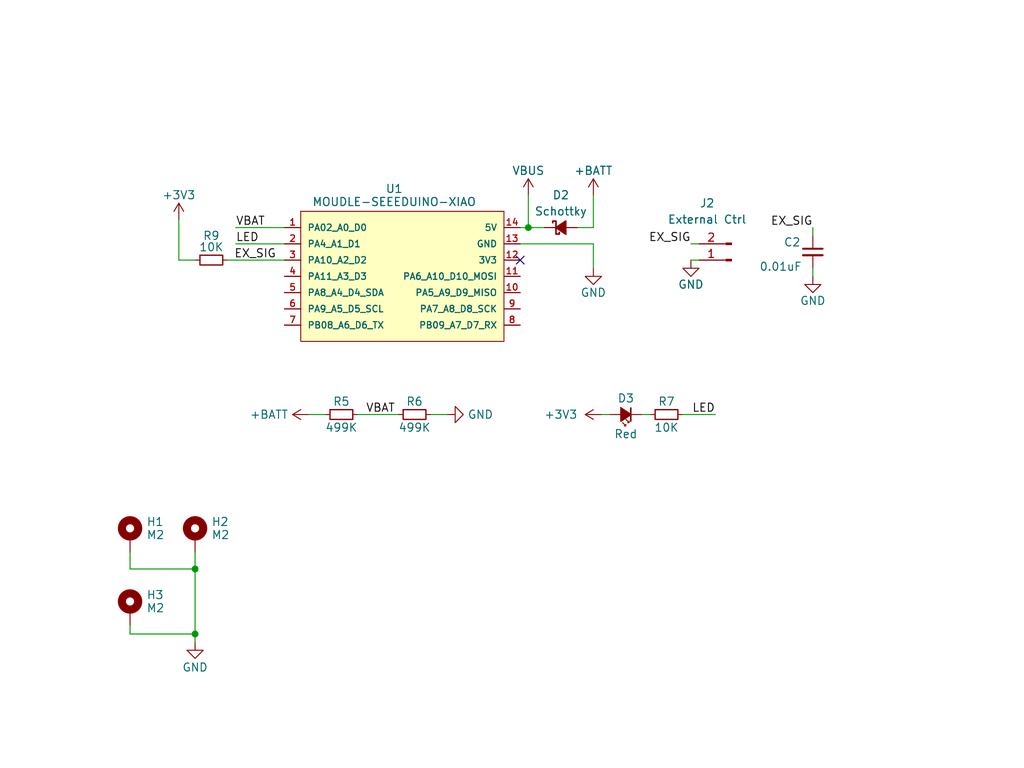
<source format=kicad_sch>
(kicad_sch (version 20230121) (generator eeschema)

  (uuid 7a5b1f12-c235-4d27-9f6c-e59009ca95f3)

  (paper "User" 159.995 119.99)

  (lib_symbols
    (symbol "Connector:Conn_01x02_Pin" (pin_names (offset 1.016) hide) (in_bom yes) (on_board yes)
      (property "Reference" "J" (at 0 2.54 0)
        (effects (font (size 1.27 1.27)))
      )
      (property "Value" "Conn_01x02_Pin" (at 0 -5.08 0)
        (effects (font (size 1.27 1.27)))
      )
      (property "Footprint" "" (at 0 0 0)
        (effects (font (size 1.27 1.27)) hide)
      )
      (property "Datasheet" "~" (at 0 0 0)
        (effects (font (size 1.27 1.27)) hide)
      )
      (property "ki_locked" "" (at 0 0 0)
        (effects (font (size 1.27 1.27)))
      )
      (property "ki_keywords" "connector" (at 0 0 0)
        (effects (font (size 1.27 1.27)) hide)
      )
      (property "ki_description" "Generic connector, single row, 01x02, script generated" (at 0 0 0)
        (effects (font (size 1.27 1.27)) hide)
      )
      (property "ki_fp_filters" "Connector*:*_1x??_*" (at 0 0 0)
        (effects (font (size 1.27 1.27)) hide)
      )
      (symbol "Conn_01x02_Pin_1_1"
        (polyline
          (pts
            (xy 1.27 -2.54)
            (xy 0.8636 -2.54)
          )
          (stroke (width 0.1524) (type default))
          (fill (type none))
        )
        (polyline
          (pts
            (xy 1.27 0)
            (xy 0.8636 0)
          )
          (stroke (width 0.1524) (type default))
          (fill (type none))
        )
        (rectangle (start 0.8636 -2.413) (end 0 -2.667)
          (stroke (width 0.1524) (type default))
          (fill (type outline))
        )
        (rectangle (start 0.8636 0.127) (end 0 -0.127)
          (stroke (width 0.1524) (type default))
          (fill (type outline))
        )
        (pin passive line (at 5.08 0 180) (length 3.81)
          (name "Pin_1" (effects (font (size 1.27 1.27))))
          (number "1" (effects (font (size 1.27 1.27))))
        )
        (pin passive line (at 5.08 -2.54 180) (length 3.81)
          (name "Pin_2" (effects (font (size 1.27 1.27))))
          (number "2" (effects (font (size 1.27 1.27))))
        )
      )
    )
    (symbol "Device:C_Small" (pin_numbers hide) (pin_names (offset 0.254) hide) (in_bom yes) (on_board yes)
      (property "Reference" "C" (at 0.254 1.778 0)
        (effects (font (size 1.27 1.27)) (justify left))
      )
      (property "Value" "C_Small" (at 0.254 -2.032 0)
        (effects (font (size 1.27 1.27)) (justify left))
      )
      (property "Footprint" "" (at 0 0 0)
        (effects (font (size 1.27 1.27)) hide)
      )
      (property "Datasheet" "~" (at 0 0 0)
        (effects (font (size 1.27 1.27)) hide)
      )
      (property "ki_keywords" "capacitor cap" (at 0 0 0)
        (effects (font (size 1.27 1.27)) hide)
      )
      (property "ki_description" "Unpolarized capacitor, small symbol" (at 0 0 0)
        (effects (font (size 1.27 1.27)) hide)
      )
      (property "ki_fp_filters" "C_*" (at 0 0 0)
        (effects (font (size 1.27 1.27)) hide)
      )
      (symbol "C_Small_0_1"
        (polyline
          (pts
            (xy -1.524 -0.508)
            (xy 1.524 -0.508)
          )
          (stroke (width 0.3302) (type default))
          (fill (type none))
        )
        (polyline
          (pts
            (xy -1.524 0.508)
            (xy 1.524 0.508)
          )
          (stroke (width 0.3048) (type default))
          (fill (type none))
        )
      )
      (symbol "C_Small_1_1"
        (pin passive line (at 0 2.54 270) (length 2.032)
          (name "~" (effects (font (size 1.27 1.27))))
          (number "1" (effects (font (size 1.27 1.27))))
        )
        (pin passive line (at 0 -2.54 90) (length 2.032)
          (name "~" (effects (font (size 1.27 1.27))))
          (number "2" (effects (font (size 1.27 1.27))))
        )
      )
    )
    (symbol "Device:D_Schottky_Small_Filled" (pin_numbers hide) (pin_names (offset 0.254) hide) (in_bom yes) (on_board yes)
      (property "Reference" "D" (at -1.27 2.032 0)
        (effects (font (size 1.27 1.27)) (justify left))
      )
      (property "Value" "D_Schottky_Small_Filled" (at -7.112 -2.032 0)
        (effects (font (size 1.27 1.27)) (justify left))
      )
      (property "Footprint" "" (at 0 0 90)
        (effects (font (size 1.27 1.27)) hide)
      )
      (property "Datasheet" "~" (at 0 0 90)
        (effects (font (size 1.27 1.27)) hide)
      )
      (property "ki_keywords" "diode Schottky" (at 0 0 0)
        (effects (font (size 1.27 1.27)) hide)
      )
      (property "ki_description" "Schottky diode, small symbol, filled shape" (at 0 0 0)
        (effects (font (size 1.27 1.27)) hide)
      )
      (property "ki_fp_filters" "TO-???* *_Diode_* *SingleDiode* D_*" (at 0 0 0)
        (effects (font (size 1.27 1.27)) hide)
      )
      (symbol "D_Schottky_Small_Filled_0_1"
        (polyline
          (pts
            (xy -0.762 0)
            (xy 0.762 0)
          )
          (stroke (width 0) (type default))
          (fill (type none))
        )
        (polyline
          (pts
            (xy 0.762 -1.016)
            (xy -0.762 0)
            (xy 0.762 1.016)
            (xy 0.762 -1.016)
          )
          (stroke (width 0.254) (type default))
          (fill (type outline))
        )
        (polyline
          (pts
            (xy -1.27 0.762)
            (xy -1.27 1.016)
            (xy -0.762 1.016)
            (xy -0.762 -1.016)
            (xy -0.254 -1.016)
            (xy -0.254 -0.762)
          )
          (stroke (width 0.254) (type default))
          (fill (type none))
        )
      )
      (symbol "D_Schottky_Small_Filled_1_1"
        (pin passive line (at -2.54 0 0) (length 1.778)
          (name "K" (effects (font (size 1.27 1.27))))
          (number "1" (effects (font (size 1.27 1.27))))
        )
        (pin passive line (at 2.54 0 180) (length 1.778)
          (name "A" (effects (font (size 1.27 1.27))))
          (number "2" (effects (font (size 1.27 1.27))))
        )
      )
    )
    (symbol "Device:LED_Small_Filled" (pin_numbers hide) (pin_names (offset 0.254) hide) (in_bom yes) (on_board yes)
      (property "Reference" "D" (at -1.27 3.175 0)
        (effects (font (size 1.27 1.27)) (justify left))
      )
      (property "Value" "LED_Small_Filled" (at -4.445 -2.54 0)
        (effects (font (size 1.27 1.27)) (justify left))
      )
      (property "Footprint" "" (at 0 0 90)
        (effects (font (size 1.27 1.27)) hide)
      )
      (property "Datasheet" "~" (at 0 0 90)
        (effects (font (size 1.27 1.27)) hide)
      )
      (property "ki_keywords" "LED diode light-emitting-diode" (at 0 0 0)
        (effects (font (size 1.27 1.27)) hide)
      )
      (property "ki_description" "Light emitting diode, small symbol, filled shape" (at 0 0 0)
        (effects (font (size 1.27 1.27)) hide)
      )
      (property "ki_fp_filters" "LED* LED_SMD:* LED_THT:*" (at 0 0 0)
        (effects (font (size 1.27 1.27)) hide)
      )
      (symbol "LED_Small_Filled_0_1"
        (polyline
          (pts
            (xy -0.762 -1.016)
            (xy -0.762 1.016)
          )
          (stroke (width 0.254) (type default))
          (fill (type none))
        )
        (polyline
          (pts
            (xy 1.016 0)
            (xy -0.762 0)
          )
          (stroke (width 0) (type default))
          (fill (type none))
        )
        (polyline
          (pts
            (xy 0.762 -1.016)
            (xy -0.762 0)
            (xy 0.762 1.016)
            (xy 0.762 -1.016)
          )
          (stroke (width 0.254) (type default))
          (fill (type outline))
        )
        (polyline
          (pts
            (xy 0 0.762)
            (xy -0.508 1.27)
            (xy -0.254 1.27)
            (xy -0.508 1.27)
            (xy -0.508 1.016)
          )
          (stroke (width 0) (type default))
          (fill (type none))
        )
        (polyline
          (pts
            (xy 0.508 1.27)
            (xy 0 1.778)
            (xy 0.254 1.778)
            (xy 0 1.778)
            (xy 0 1.524)
          )
          (stroke (width 0) (type default))
          (fill (type none))
        )
      )
      (symbol "LED_Small_Filled_1_1"
        (pin passive line (at -2.54 0 0) (length 1.778)
          (name "K" (effects (font (size 1.27 1.27))))
          (number "1" (effects (font (size 1.27 1.27))))
        )
        (pin passive line (at 2.54 0 180) (length 1.778)
          (name "A" (effects (font (size 1.27 1.27))))
          (number "2" (effects (font (size 1.27 1.27))))
        )
      )
    )
    (symbol "Device:R_Small" (pin_numbers hide) (pin_names (offset 0.254) hide) (in_bom yes) (on_board yes)
      (property "Reference" "R" (at 0.762 0.508 0)
        (effects (font (size 1.27 1.27)) (justify left))
      )
      (property "Value" "R_Small" (at 0.762 -1.016 0)
        (effects (font (size 1.27 1.27)) (justify left))
      )
      (property "Footprint" "" (at 0 0 0)
        (effects (font (size 1.27 1.27)) hide)
      )
      (property "Datasheet" "~" (at 0 0 0)
        (effects (font (size 1.27 1.27)) hide)
      )
      (property "ki_keywords" "R resistor" (at 0 0 0)
        (effects (font (size 1.27 1.27)) hide)
      )
      (property "ki_description" "Resistor, small symbol" (at 0 0 0)
        (effects (font (size 1.27 1.27)) hide)
      )
      (property "ki_fp_filters" "R_*" (at 0 0 0)
        (effects (font (size 1.27 1.27)) hide)
      )
      (symbol "R_Small_0_1"
        (rectangle (start -0.762 1.778) (end 0.762 -1.778)
          (stroke (width 0.2032) (type default))
          (fill (type none))
        )
      )
      (symbol "R_Small_1_1"
        (pin passive line (at 0 2.54 270) (length 0.762)
          (name "~" (effects (font (size 1.27 1.27))))
          (number "1" (effects (font (size 1.27 1.27))))
        )
        (pin passive line (at 0 -2.54 90) (length 0.762)
          (name "~" (effects (font (size 1.27 1.27))))
          (number "2" (effects (font (size 1.27 1.27))))
        )
      )
    )
    (symbol "MOUDLE-SEEEDUINO-XIAO:MOUDLE-SEEEDUINO-XIAO" (pin_names (offset 1.016)) (in_bom yes) (on_board yes)
      (property "Reference" "U1" (at -0.635 17.4992 0)
        (effects (font (size 1.27 1.27)))
      )
      (property "Value" "MOUDLE-SEEEDUINO-XIAO" (at -0.635 15.4512 0)
        (effects (font (size 1.27 1.27)))
      )
      (property "Footprint" "MOUDLE14P-SMD-2.54-21X17.8MM" (at 0.635 -8.89 0)
        (effects (font (size 1.27 1.27)) (justify bottom) hide)
      )
      (property "Datasheet" "" (at 0 0 0)
        (effects (font (size 1.27 1.27)) hide)
      )
      (symbol "MOUDLE-SEEEDUINO-XIAO_0_0"
        (pin bidirectional line (at -17.78 11.43 0) (length 2.54)
          (name "PA02_A0_D0" (effects (font (size 1.016 1.016))))
          (number "1" (effects (font (size 1.016 1.016))))
        )
        (pin bidirectional line (at 19.05 1.27 180) (length 2.54)
          (name "PA5_A9_D9_MISO" (effects (font (size 1.016 1.016))))
          (number "10" (effects (font (size 1.016 1.016))))
        )
        (pin bidirectional line (at 19.05 3.81 180) (length 2.54)
          (name "PA6_A10_D10_MOSI" (effects (font (size 1.016 1.016))))
          (number "11" (effects (font (size 1.016 1.016))))
        )
        (pin bidirectional line (at 19.05 6.35 180) (length 2.54)
          (name "3V3" (effects (font (size 1.016 1.016))))
          (number "12" (effects (font (size 1.016 1.016))))
        )
        (pin bidirectional line (at 19.05 8.89 180) (length 2.54)
          (name "GND" (effects (font (size 1.016 1.016))))
          (number "13" (effects (font (size 1.016 1.016))))
        )
        (pin bidirectional line (at 19.05 11.43 180) (length 2.54)
          (name "5V" (effects (font (size 1.016 1.016))))
          (number "14" (effects (font (size 1.016 1.016))))
        )
        (pin bidirectional line (at -17.78 8.89 0) (length 2.54)
          (name "PA4_A1_D1" (effects (font (size 1.016 1.016))))
          (number "2" (effects (font (size 1.016 1.016))))
        )
        (pin bidirectional line (at -17.78 6.35 0) (length 2.54)
          (name "PA10_A2_D2" (effects (font (size 1.016 1.016))))
          (number "3" (effects (font (size 1.016 1.016))))
        )
        (pin bidirectional line (at -17.78 3.81 0) (length 2.54)
          (name "PA11_A3_D3" (effects (font (size 1.016 1.016))))
          (number "4" (effects (font (size 1.016 1.016))))
        )
        (pin bidirectional line (at -17.78 1.27 0) (length 2.54)
          (name "PA8_A4_D4_SDA" (effects (font (size 1.016 1.016))))
          (number "5" (effects (font (size 1.016 1.016))))
        )
        (pin bidirectional line (at -17.78 -1.27 0) (length 2.54)
          (name "PA9_A5_D5_SCL" (effects (font (size 1.016 1.016))))
          (number "6" (effects (font (size 1.016 1.016))))
        )
        (pin bidirectional line (at -17.78 -3.81 0) (length 2.54)
          (name "PB08_A6_D6_TX" (effects (font (size 1.016 1.016))))
          (number "7" (effects (font (size 1.016 1.016))))
        )
        (pin bidirectional line (at 19.05 -3.81 180) (length 2.54)
          (name "PB09_A7_D7_RX" (effects (font (size 1.016 1.016))))
          (number "8" (effects (font (size 1.016 1.016))))
        )
        (pin bidirectional line (at 19.05 -1.27 180) (length 2.54)
          (name "PA7_A8_D8_SCK" (effects (font (size 1.016 1.016))))
          (number "9" (effects (font (size 1.016 1.016))))
        )
      )
      (symbol "MOUDLE-SEEEDUINO-XIAO_1_0"
        (rectangle (start -15.24 13.97) (end 16.51 -6.35)
          (stroke (width 0) (type default))
          (fill (type background))
        )
      )
    )
    (symbol "Mechanical:MountingHole_Pad" (pin_numbers hide) (pin_names (offset 1.016) hide) (in_bom yes) (on_board yes)
      (property "Reference" "H" (at 0 6.35 0)
        (effects (font (size 1.27 1.27)))
      )
      (property "Value" "MountingHole_Pad" (at 0 4.445 0)
        (effects (font (size 1.27 1.27)))
      )
      (property "Footprint" "" (at 0 0 0)
        (effects (font (size 1.27 1.27)) hide)
      )
      (property "Datasheet" "~" (at 0 0 0)
        (effects (font (size 1.27 1.27)) hide)
      )
      (property "ki_keywords" "mounting hole" (at 0 0 0)
        (effects (font (size 1.27 1.27)) hide)
      )
      (property "ki_description" "Mounting Hole with connection" (at 0 0 0)
        (effects (font (size 1.27 1.27)) hide)
      )
      (property "ki_fp_filters" "MountingHole*Pad*" (at 0 0 0)
        (effects (font (size 1.27 1.27)) hide)
      )
      (symbol "MountingHole_Pad_0_1"
        (circle (center 0 1.27) (radius 1.27)
          (stroke (width 1.27) (type default))
          (fill (type none))
        )
      )
      (symbol "MountingHole_Pad_1_1"
        (pin input line (at 0 -2.54 90) (length 2.54)
          (name "1" (effects (font (size 1.27 1.27))))
          (number "1" (effects (font (size 1.27 1.27))))
        )
      )
    )
    (symbol "power:+3V3" (power) (pin_names (offset 0)) (in_bom yes) (on_board yes)
      (property "Reference" "#PWR" (at 0 -3.81 0)
        (effects (font (size 1.27 1.27)) hide)
      )
      (property "Value" "+3V3" (at 0 3.556 0)
        (effects (font (size 1.27 1.27)))
      )
      (property "Footprint" "" (at 0 0 0)
        (effects (font (size 1.27 1.27)) hide)
      )
      (property "Datasheet" "" (at 0 0 0)
        (effects (font (size 1.27 1.27)) hide)
      )
      (property "ki_keywords" "global power" (at 0 0 0)
        (effects (font (size 1.27 1.27)) hide)
      )
      (property "ki_description" "Power symbol creates a global label with name \"+3V3\"" (at 0 0 0)
        (effects (font (size 1.27 1.27)) hide)
      )
      (symbol "+3V3_0_1"
        (polyline
          (pts
            (xy -0.762 1.27)
            (xy 0 2.54)
          )
          (stroke (width 0) (type default))
          (fill (type none))
        )
        (polyline
          (pts
            (xy 0 0)
            (xy 0 2.54)
          )
          (stroke (width 0) (type default))
          (fill (type none))
        )
        (polyline
          (pts
            (xy 0 2.54)
            (xy 0.762 1.27)
          )
          (stroke (width 0) (type default))
          (fill (type none))
        )
      )
      (symbol "+3V3_1_1"
        (pin power_in line (at 0 0 90) (length 0) hide
          (name "+3V3" (effects (font (size 1.27 1.27))))
          (number "1" (effects (font (size 1.27 1.27))))
        )
      )
    )
    (symbol "power:+BATT" (power) (pin_names (offset 0)) (in_bom yes) (on_board yes)
      (property "Reference" "#PWR" (at 0 -3.81 0)
        (effects (font (size 1.27 1.27)) hide)
      )
      (property "Value" "+BATT" (at 0 3.556 0)
        (effects (font (size 1.27 1.27)))
      )
      (property "Footprint" "" (at 0 0 0)
        (effects (font (size 1.27 1.27)) hide)
      )
      (property "Datasheet" "" (at 0 0 0)
        (effects (font (size 1.27 1.27)) hide)
      )
      (property "ki_keywords" "global power battery" (at 0 0 0)
        (effects (font (size 1.27 1.27)) hide)
      )
      (property "ki_description" "Power symbol creates a global label with name \"+BATT\"" (at 0 0 0)
        (effects (font (size 1.27 1.27)) hide)
      )
      (symbol "+BATT_0_1"
        (polyline
          (pts
            (xy -0.762 1.27)
            (xy 0 2.54)
          )
          (stroke (width 0) (type default))
          (fill (type none))
        )
        (polyline
          (pts
            (xy 0 0)
            (xy 0 2.54)
          )
          (stroke (width 0) (type default))
          (fill (type none))
        )
        (polyline
          (pts
            (xy 0 2.54)
            (xy 0.762 1.27)
          )
          (stroke (width 0) (type default))
          (fill (type none))
        )
      )
      (symbol "+BATT_1_1"
        (pin power_in line (at 0 0 90) (length 0) hide
          (name "+BATT" (effects (font (size 1.27 1.27))))
          (number "1" (effects (font (size 1.27 1.27))))
        )
      )
    )
    (symbol "power:GND" (power) (pin_names (offset 0)) (in_bom yes) (on_board yes)
      (property "Reference" "#PWR" (at 0 -6.35 0)
        (effects (font (size 1.27 1.27)) hide)
      )
      (property "Value" "GND" (at 0 -3.81 0)
        (effects (font (size 1.27 1.27)))
      )
      (property "Footprint" "" (at 0 0 0)
        (effects (font (size 1.27 1.27)) hide)
      )
      (property "Datasheet" "" (at 0 0 0)
        (effects (font (size 1.27 1.27)) hide)
      )
      (property "ki_keywords" "global power" (at 0 0 0)
        (effects (font (size 1.27 1.27)) hide)
      )
      (property "ki_description" "Power symbol creates a global label with name \"GND\" , ground" (at 0 0 0)
        (effects (font (size 1.27 1.27)) hide)
      )
      (symbol "GND_0_1"
        (polyline
          (pts
            (xy 0 0)
            (xy 0 -1.27)
            (xy 1.27 -1.27)
            (xy 0 -2.54)
            (xy -1.27 -1.27)
            (xy 0 -1.27)
          )
          (stroke (width 0) (type default))
          (fill (type none))
        )
      )
      (symbol "GND_1_1"
        (pin power_in line (at 0 0 270) (length 0) hide
          (name "GND" (effects (font (size 1.27 1.27))))
          (number "1" (effects (font (size 1.27 1.27))))
        )
      )
    )
    (symbol "power:VBUS" (power) (pin_names (offset 0)) (in_bom yes) (on_board yes)
      (property "Reference" "#PWR" (at 0 -3.81 0)
        (effects (font (size 1.27 1.27)) hide)
      )
      (property "Value" "VBUS" (at 0 3.81 0)
        (effects (font (size 1.27 1.27)))
      )
      (property "Footprint" "" (at 0 0 0)
        (effects (font (size 1.27 1.27)) hide)
      )
      (property "Datasheet" "" (at 0 0 0)
        (effects (font (size 1.27 1.27)) hide)
      )
      (property "ki_keywords" "global power" (at 0 0 0)
        (effects (font (size 1.27 1.27)) hide)
      )
      (property "ki_description" "Power symbol creates a global label with name \"VBUS\"" (at 0 0 0)
        (effects (font (size 1.27 1.27)) hide)
      )
      (symbol "VBUS_0_1"
        (polyline
          (pts
            (xy -0.762 1.27)
            (xy 0 2.54)
          )
          (stroke (width 0) (type default))
          (fill (type none))
        )
        (polyline
          (pts
            (xy 0 0)
            (xy 0 2.54)
          )
          (stroke (width 0) (type default))
          (fill (type none))
        )
        (polyline
          (pts
            (xy 0 2.54)
            (xy 0.762 1.27)
          )
          (stroke (width 0) (type default))
          (fill (type none))
        )
      )
      (symbol "VBUS_1_1"
        (pin power_in line (at 0 0 90) (length 0) hide
          (name "VBUS" (effects (font (size 1.27 1.27))))
          (number "1" (effects (font (size 1.27 1.27))))
        )
      )
    )
  )

  (junction (at 30.48 99.06) (diameter 0) (color 0 0 0 0)
    (uuid 2a702d06-1555-4278-a254-7f8974bf1a57)
  )
  (junction (at 82.55 35.56) (diameter 0) (color 0 0 0 0)
    (uuid 34cb3258-2e3f-4346-b3bb-8905109c4c23)
  )
  (junction (at 30.48 88.9) (diameter 0) (color 0 0 0 0)
    (uuid 52778fb9-83c6-4305-bc9e-8575e925eb7b)
  )

  (no_connect (at 81.28 40.64) (uuid 71bc1cf5-0e06-4a4a-9e31-d8e0d6206971))

  (wire (pts (xy 81.28 38.1) (xy 92.71 38.1))
    (stroke (width 0) (type default))
    (uuid 01db3265-a22f-43f4-b55e-df5ed74acdd4)
  )
  (wire (pts (xy 36.83 35.56) (xy 44.45 35.56))
    (stroke (width 0) (type default))
    (uuid 0c34918f-5501-4381-9195-220249facd57)
  )
  (wire (pts (xy 107.95 38.1) (xy 109.22 38.1))
    (stroke (width 0) (type default))
    (uuid 22aafefe-59aa-45a4-be66-7a0aec1bca5d)
  )
  (wire (pts (xy 30.48 86.36) (xy 30.48 88.9))
    (stroke (width 0) (type default))
    (uuid 3055715a-265e-4f09-aeed-0045dc933369)
  )
  (wire (pts (xy 100.33 64.77) (xy 101.6 64.77))
    (stroke (width 0) (type default))
    (uuid 46af6c62-845f-4167-a138-07e8900cfef8)
  )
  (wire (pts (xy 20.32 99.06) (xy 30.48 99.06))
    (stroke (width 0) (type default))
    (uuid 4c2fb969-529b-47ba-b15d-faba083ff59e)
  )
  (wire (pts (xy 127 41.91) (xy 127 43.18))
    (stroke (width 0) (type default))
    (uuid 520b03cf-ac4a-42db-9ea5-80419bcd89fa)
  )
  (wire (pts (xy 106.68 64.77) (xy 111.76 64.77))
    (stroke (width 0) (type default))
    (uuid 5ab6e9e0-6e79-469d-9012-97c67abd25f0)
  )
  (wire (pts (xy 27.94 34.29) (xy 27.94 40.64))
    (stroke (width 0) (type default))
    (uuid 64e8c9dc-85dc-4451-937f-8ae81f56836f)
  )
  (wire (pts (xy 36.83 38.1) (xy 44.45 38.1))
    (stroke (width 0) (type default))
    (uuid 6716bc62-bf2a-4680-9d29-3fcceb9a1f7b)
  )
  (wire (pts (xy 107.95 40.64) (xy 109.22 40.64))
    (stroke (width 0) (type default))
    (uuid 6885418c-961f-4813-a753-d6a7c336fdb0)
  )
  (wire (pts (xy 90.17 35.56) (xy 92.71 35.56))
    (stroke (width 0) (type default))
    (uuid 6effc1d0-afd8-416c-aa40-908d4a408bdf)
  )
  (wire (pts (xy 30.48 88.9) (xy 30.48 99.06))
    (stroke (width 0) (type default))
    (uuid 7ba690de-888d-4359-91a2-abc2e9660675)
  )
  (wire (pts (xy 30.48 99.06) (xy 30.48 100.33))
    (stroke (width 0) (type default))
    (uuid 7c5f6562-e7b6-4094-b10b-3b6fdcc61c80)
  )
  (wire (pts (xy 55.88 64.77) (xy 62.23 64.77))
    (stroke (width 0) (type default))
    (uuid 844c5964-0242-4d83-aeff-5ec44044aa39)
  )
  (wire (pts (xy 92.71 38.1) (xy 92.71 41.91))
    (stroke (width 0) (type default))
    (uuid 94235378-2cda-407b-a637-eee2c3563510)
  )
  (wire (pts (xy 20.32 88.9) (xy 30.48 88.9))
    (stroke (width 0) (type default))
    (uuid 9531d257-830c-4bbd-a96a-2b0c9e6aff27)
  )
  (wire (pts (xy 82.55 35.56) (xy 85.09 35.56))
    (stroke (width 0) (type default))
    (uuid aaf089ea-8a03-46ba-8d3e-56c82fda3374)
  )
  (wire (pts (xy 35.56 40.64) (xy 44.45 40.64))
    (stroke (width 0) (type default))
    (uuid abb0bb92-0ae8-4590-9768-4006b39bdb20)
  )
  (wire (pts (xy 127 35.56) (xy 127 36.83))
    (stroke (width 0) (type default))
    (uuid b95aa6d9-0ae1-49f4-9077-fa7193344a72)
  )
  (wire (pts (xy 67.31 64.77) (xy 69.85 64.77))
    (stroke (width 0) (type default))
    (uuid ba1fa54a-8637-43d5-8d18-49109cd7777f)
  )
  (wire (pts (xy 92.71 30.48) (xy 92.71 35.56))
    (stroke (width 0) (type default))
    (uuid bb3792e5-156d-4450-aa36-42bd0ea87d74)
  )
  (wire (pts (xy 81.28 35.56) (xy 82.55 35.56))
    (stroke (width 0) (type default))
    (uuid c59b34dc-7419-4af0-a752-a96dfe1e3832)
  )
  (wire (pts (xy 93.98 64.77) (xy 95.25 64.77))
    (stroke (width 0) (type default))
    (uuid d44aa567-8292-4a94-8b80-af366555958e)
  )
  (wire (pts (xy 48.26 64.77) (xy 50.8 64.77))
    (stroke (width 0) (type default))
    (uuid d69897cd-e376-4ddf-88cb-246bbe79f0a3)
  )
  (wire (pts (xy 20.32 97.79) (xy 20.32 99.06))
    (stroke (width 0) (type default))
    (uuid d84836b3-2087-4432-beda-a7d84bfc0abe)
  )
  (wire (pts (xy 20.32 86.36) (xy 20.32 88.9))
    (stroke (width 0) (type default))
    (uuid df49e40e-7340-478c-a17e-7e47a25a62d4)
  )
  (wire (pts (xy 27.94 40.64) (xy 30.48 40.64))
    (stroke (width 0) (type default))
    (uuid e65a8d6e-0f90-4fe7-8054-b669c720c5e8)
  )
  (wire (pts (xy 82.55 30.48) (xy 82.55 35.56))
    (stroke (width 0) (type default))
    (uuid f3ef1328-ac27-4df1-afda-92adaad6ea75)
  )

  (label "EX_SIG" (at 127 35.56 180) (fields_autoplaced)
    (effects (font (size 1.27 1.27)) (justify right bottom))
    (uuid 48f2c6e9-8016-4c12-9652-b8a40c58599c)
  )
  (label "EX_SIG" (at 107.95 38.1 180) (fields_autoplaced)
    (effects (font (size 1.27 1.27)) (justify right bottom))
    (uuid 57e7277d-59e9-47ed-ba77-db929396138c)
  )
  (label "LED" (at 36.83 38.1 0) (fields_autoplaced)
    (effects (font (size 1.27 1.27)) (justify left bottom))
    (uuid 788c3a37-1fc4-42c4-8fb3-57f4a11c2bc7)
  )
  (label "LED" (at 111.76 64.77 180) (fields_autoplaced)
    (effects (font (size 1.27 1.27)) (justify right bottom))
    (uuid 8284ef11-604b-497e-97fb-2849c3e82c43)
  )
  (label "EX_SIG" (at 43.18 40.64 180) (fields_autoplaced)
    (effects (font (size 1.27 1.27)) (justify right bottom))
    (uuid d9987778-765e-4803-8b2f-10c3b0894a9d)
  )
  (label "VBAT" (at 36.83 35.56 0) (fields_autoplaced)
    (effects (font (size 1.27 1.27)) (justify left bottom))
    (uuid dadd55d1-76aa-4374-b5de-cd5b95ae97b3)
  )
  (label "VBAT" (at 57.15 64.77 0) (fields_autoplaced)
    (effects (font (size 1.27 1.27)) (justify left bottom))
    (uuid e4c215e7-b169-469d-899d-82733ee2f9ed)
  )

  (symbol (lib_id "power:VBUS") (at 82.55 30.48 0) (unit 1)
    (in_bom yes) (on_board yes) (dnp no)
    (uuid 00ab3f17-77f9-434e-8191-ab651b49c14a)
    (property "Reference" "#PWR04" (at 82.55 34.29 0)
      (effects (font (size 1.27 1.27)) hide)
    )
    (property "Value" "VBUS" (at 82.55 26.67 0)
      (effects (font (size 1.27 1.27)))
    )
    (property "Footprint" "" (at 82.55 30.48 0)
      (effects (font (size 1.27 1.27)) hide)
    )
    (property "Datasheet" "" (at 82.55 30.48 0)
      (effects (font (size 1.27 1.27)) hide)
    )
    (pin "1" (uuid 92800551-29ca-4ab3-b580-e602f29d687c))
    (instances
      (project "StepperMotor_module_V2_XIAO_RP2040"
        (path "/67ad53b0-e724-4354-8add-ffbe056bca93"
          (reference "#PWR04") (unit 1)
        )
        (path "/67ad53b0-e724-4354-8add-ffbe056bca93/07c0a6ff-eef2-4578-b5db-f7e0ea607e3d"
          (reference "#PWR04") (unit 1)
        )
      )
    )
  )

  (symbol (lib_id "power:+3V3") (at 27.94 34.29 0) (unit 1)
    (in_bom yes) (on_board yes) (dnp no)
    (uuid 1aca7a0a-bb1b-447f-abd4-353890e366d2)
    (property "Reference" "#PWR012" (at 27.94 38.1 0)
      (effects (font (size 1.27 1.27)) hide)
    )
    (property "Value" "+3V3" (at 27.94 30.48 0)
      (effects (font (size 1.27 1.27)))
    )
    (property "Footprint" "" (at 27.94 34.29 0)
      (effects (font (size 1.27 1.27)) hide)
    )
    (property "Datasheet" "" (at 27.94 34.29 0)
      (effects (font (size 1.27 1.27)) hide)
    )
    (pin "1" (uuid 491cb1e7-6fef-4fab-8da0-1b863cd49ed4))
    (instances
      (project "StepperMotor_module_V2_XIAO_RP2040"
        (path "/67ad53b0-e724-4354-8add-ffbe056bca93/07c0a6ff-eef2-4578-b5db-f7e0ea607e3d"
          (reference "#PWR012") (unit 1)
        )
      )
    )
  )

  (symbol (lib_id "Mechanical:MountingHole_Pad") (at 20.32 83.82 0) (unit 1)
    (in_bom yes) (on_board yes) (dnp no) (fields_autoplaced)
    (uuid 1ad14630-593d-4bf9-9b2a-740f3622817e)
    (property "Reference" "H1" (at 22.86 81.526 0)
      (effects (font (size 1.27 1.27)) (justify left))
    )
    (property "Value" "M2" (at 22.86 83.574 0)
      (effects (font (size 1.27 1.27)) (justify left))
    )
    (property "Footprint" "MountingHole:MountingHole_2.2mm_M2_ISO7380_Pad" (at 20.32 83.82 0)
      (effects (font (size 1.27 1.27)) hide)
    )
    (property "Datasheet" "~" (at 20.32 83.82 0)
      (effects (font (size 1.27 1.27)) hide)
    )
    (pin "1" (uuid cc5c9159-4602-4b3d-8a27-a6a95267b866))
    (instances
      (project "StepperMotor_module_V2_XIAO_RP2040"
        (path "/67ad53b0-e724-4354-8add-ffbe056bca93/07c0a6ff-eef2-4578-b5db-f7e0ea607e3d"
          (reference "H1") (unit 1)
        )
      )
    )
  )

  (symbol (lib_id "Mechanical:MountingHole_Pad") (at 20.32 95.25 0) (unit 1)
    (in_bom yes) (on_board yes) (dnp no) (fields_autoplaced)
    (uuid 21132f0f-e250-444c-8cad-ae3e87e4c060)
    (property "Reference" "H3" (at 22.86 92.956 0)
      (effects (font (size 1.27 1.27)) (justify left))
    )
    (property "Value" "M2" (at 22.86 95.004 0)
      (effects (font (size 1.27 1.27)) (justify left))
    )
    (property "Footprint" "MountingHole:MountingHole_2.2mm_M2_ISO7380_Pad" (at 20.32 95.25 0)
      (effects (font (size 1.27 1.27)) hide)
    )
    (property "Datasheet" "~" (at 20.32 95.25 0)
      (effects (font (size 1.27 1.27)) hide)
    )
    (pin "1" (uuid 70deb07e-f915-42ac-921a-624ae40d6dfc))
    (instances
      (project "StepperMotor_module_V2_XIAO_RP2040"
        (path "/67ad53b0-e724-4354-8add-ffbe056bca93/07c0a6ff-eef2-4578-b5db-f7e0ea607e3d"
          (reference "H3") (unit 1)
        )
      )
    )
  )

  (symbol (lib_id "Device:LED_Small_Filled") (at 97.79 64.77 180) (unit 1)
    (in_bom yes) (on_board yes) (dnp no)
    (uuid 2d51dea8-3a28-41de-bfe7-8faa0db87fda)
    (property "Reference" "D3" (at 97.79 62.23 0)
      (effects (font (size 1.27 1.27)))
    )
    (property "Value" "Red" (at 97.79 67.818 0)
      (effects (font (size 1.27 1.27)))
    )
    (property "Footprint" "LED_SMD:LED_0603_1608Metric_Pad1.05x0.95mm_HandSolder" (at 97.79 64.77 90)
      (effects (font (size 1.27 1.27)) hide)
    )
    (property "Datasheet" "~" (at 97.79 64.77 90)
      (effects (font (size 1.27 1.27)) hide)
    )
    (pin "1" (uuid 6a3d36fb-ff96-478d-953a-7fb72a8a3721))
    (pin "2" (uuid 38535f3e-0a4f-4ba9-a7bb-ad450196bbac))
    (instances
      (project "StepperMotor_module_V2_XIAO_RP2040"
        (path "/67ad53b0-e724-4354-8add-ffbe056bca93/07c0a6ff-eef2-4578-b5db-f7e0ea607e3d"
          (reference "D3") (unit 1)
        )
      )
    )
  )

  (symbol (lib_id "power:+BATT") (at 48.26 64.77 90) (unit 1)
    (in_bom yes) (on_board yes) (dnp no) (fields_autoplaced)
    (uuid 3595d523-f845-4794-88a6-685d9c47023b)
    (property "Reference" "#PWR02" (at 52.07 64.77 0)
      (effects (font (size 1.27 1.27)) hide)
    )
    (property "Value" "+BATT" (at 45.085 64.77 90)
      (effects (font (size 1.27 1.27)) (justify left))
    )
    (property "Footprint" "" (at 48.26 64.77 0)
      (effects (font (size 1.27 1.27)) hide)
    )
    (property "Datasheet" "" (at 48.26 64.77 0)
      (effects (font (size 1.27 1.27)) hide)
    )
    (pin "1" (uuid dbab99cb-4768-4a99-b4bd-c642afaff348))
    (instances
      (project "StepperMotor_module_V2_XIAO_RP2040"
        (path "/67ad53b0-e724-4354-8add-ffbe056bca93"
          (reference "#PWR02") (unit 1)
        )
        (path "/67ad53b0-e724-4354-8add-ffbe056bca93/07c0a6ff-eef2-4578-b5db-f7e0ea607e3d"
          (reference "#PWR026") (unit 1)
        )
      )
    )
  )

  (symbol (lib_id "Mechanical:MountingHole_Pad") (at 30.48 83.82 0) (unit 1)
    (in_bom yes) (on_board yes) (dnp no) (fields_autoplaced)
    (uuid 53767b5e-8b6f-4f07-b80c-413ac197fb28)
    (property "Reference" "H2" (at 33.02 81.526 0)
      (effects (font (size 1.27 1.27)) (justify left))
    )
    (property "Value" "M2" (at 33.02 83.574 0)
      (effects (font (size 1.27 1.27)) (justify left))
    )
    (property "Footprint" "MountingHole:MountingHole_2.2mm_M2_ISO7380_Pad" (at 30.48 83.82 0)
      (effects (font (size 1.27 1.27)) hide)
    )
    (property "Datasheet" "~" (at 30.48 83.82 0)
      (effects (font (size 1.27 1.27)) hide)
    )
    (pin "1" (uuid 44dd4923-e833-4284-9b95-22603cd9d754))
    (instances
      (project "StepperMotor_module_V2_XIAO_RP2040"
        (path "/67ad53b0-e724-4354-8add-ffbe056bca93/07c0a6ff-eef2-4578-b5db-f7e0ea607e3d"
          (reference "H2") (unit 1)
        )
      )
    )
  )

  (symbol (lib_id "power:GND") (at 30.48 100.33 0) (unit 1)
    (in_bom yes) (on_board yes) (dnp no) (fields_autoplaced)
    (uuid 5c20500c-3a87-4a74-af03-4f7feca6acea)
    (property "Reference" "#PWR06" (at 30.48 106.68 0)
      (effects (font (size 1.27 1.27)) hide)
    )
    (property "Value" "GND" (at 30.48 104.275 0)
      (effects (font (size 1.27 1.27)))
    )
    (property "Footprint" "" (at 30.48 100.33 0)
      (effects (font (size 1.27 1.27)) hide)
    )
    (property "Datasheet" "" (at 30.48 100.33 0)
      (effects (font (size 1.27 1.27)) hide)
    )
    (pin "1" (uuid 128a1d12-011c-4d08-bd1d-5849894a3256))
    (instances
      (project "StepperMotor_module_V2_XIAO_RP2040"
        (path "/67ad53b0-e724-4354-8add-ffbe056bca93"
          (reference "#PWR06") (unit 1)
        )
        (path "/67ad53b0-e724-4354-8add-ffbe056bca93/07c0a6ff-eef2-4578-b5db-f7e0ea607e3d"
          (reference "#PWR031") (unit 1)
        )
      )
    )
  )

  (symbol (lib_id "Connector:Conn_01x02_Pin") (at 114.3 40.64 180) (unit 1)
    (in_bom yes) (on_board yes) (dnp no)
    (uuid 5f665929-5112-4b28-83a8-39fbd16a7864)
    (property "Reference" "J2" (at 110.49 31.75 0)
      (effects (font (size 1.27 1.27)))
    )
    (property "Value" "External Ctrl" (at 110.49 34.29 0)
      (effects (font (size 1.27 1.27)))
    )
    (property "Footprint" "Connector_PinHeader_2.54mm:PinHeader_1x02_P2.54mm_Vertical" (at 114.3 40.64 0)
      (effects (font (size 1.27 1.27)) hide)
    )
    (property "Datasheet" "~" (at 114.3 40.64 0)
      (effects (font (size 1.27 1.27)) hide)
    )
    (pin "1" (uuid 7a43a44d-762a-475f-ab45-f622d4caba90))
    (pin "2" (uuid e0af8d7e-14c9-4a17-9049-7c876b4f44c9))
    (instances
      (project "StepperMotor_module_V2_XIAO_RP2040"
        (path "/67ad53b0-e724-4354-8add-ffbe056bca93"
          (reference "J2") (unit 1)
        )
        (path "/67ad53b0-e724-4354-8add-ffbe056bca93/07c0a6ff-eef2-4578-b5db-f7e0ea607e3d"
          (reference "J3") (unit 1)
        )
      )
    )
  )

  (symbol (lib_id "power:GND") (at 127 43.18 0) (unit 1)
    (in_bom yes) (on_board yes) (dnp no)
    (uuid 7bbac669-a787-404e-95d0-0c8c40b29e64)
    (property "Reference" "#PWR06" (at 127 49.53 0)
      (effects (font (size 1.27 1.27)) hide)
    )
    (property "Value" "GND" (at 127 46.99 0)
      (effects (font (size 1.27 1.27)))
    )
    (property "Footprint" "" (at 127 43.18 0)
      (effects (font (size 1.27 1.27)) hide)
    )
    (property "Datasheet" "" (at 127 43.18 0)
      (effects (font (size 1.27 1.27)) hide)
    )
    (pin "1" (uuid ec49eb90-a2f3-4320-9abc-a56e9bcd9ac4))
    (instances
      (project "StepperMotor_module_V2_XIAO_RP2040"
        (path "/67ad53b0-e724-4354-8add-ffbe056bca93"
          (reference "#PWR06") (unit 1)
        )
        (path "/67ad53b0-e724-4354-8add-ffbe056bca93/07c0a6ff-eef2-4578-b5db-f7e0ea607e3d"
          (reference "#PWR030") (unit 1)
        )
      )
    )
  )

  (symbol (lib_id "MOUDLE-SEEEDUINO-XIAO:MOUDLE-SEEEDUINO-XIAO") (at 62.23 46.99 0) (unit 1)
    (in_bom yes) (on_board yes) (dnp no) (fields_autoplaced)
    (uuid 9eb5d1a7-d073-4b1f-8d88-88bc31720fe2)
    (property "Reference" "U1" (at 61.595 29.4908 0)
      (effects (font (size 1.27 1.27)))
    )
    (property "Value" "MOUDLE-SEEEDUINO-XIAO" (at 61.595 31.5388 0)
      (effects (font (size 1.27 1.27)))
    )
    (property "Footprint" "Mylib:MOUDLE14P-SMD-2.54-21X17.8MM" (at 62.865 55.88 0)
      (effects (font (size 1.27 1.27)) (justify bottom) hide)
    )
    (property "Datasheet" "" (at 62.23 46.99 0)
      (effects (font (size 1.27 1.27)) hide)
    )
    (pin "1" (uuid 8e6508fc-fc74-4b65-a4eb-f84c0b69c0d6))
    (pin "10" (uuid 45b8bc23-e029-4339-af87-1055b4673610))
    (pin "11" (uuid 1ab04a55-86fb-43c1-b5a0-2d0a3daadd43))
    (pin "12" (uuid a5826f58-3d84-4c93-8475-f9f255746056))
    (pin "13" (uuid dc83a8a7-77ef-4ff2-acbe-567862edb8e5))
    (pin "14" (uuid 9f254b6d-3e5f-4ac7-b2da-8fc68efb64fa))
    (pin "2" (uuid 20026f83-a8e4-47b0-841e-b4f4ab6a39f7))
    (pin "3" (uuid 7265f616-bcc9-4301-80ad-2e166feddd63))
    (pin "4" (uuid f121622f-e2ce-45be-ae6d-cf57be045eff))
    (pin "5" (uuid 182a04a5-f80b-4c5d-8819-da20dff82e9d))
    (pin "6" (uuid c2532fcb-cf0c-44e2-b5f3-c4d492bda1c7))
    (pin "7" (uuid 9fb72a22-8268-4092-9a7b-ec9ba7897f3b))
    (pin "8" (uuid 720eed63-8871-4bbd-ac1b-009eed03178e))
    (pin "9" (uuid 344ddd45-b1ed-48f6-bdf7-2fcaec8535ad))
    (instances
      (project "StepperMotor_module_V2_XIAO_RP2040"
        (path "/67ad53b0-e724-4354-8add-ffbe056bca93/07c0a6ff-eef2-4578-b5db-f7e0ea607e3d"
          (reference "U1") (unit 1)
        )
      )
    )
  )

  (symbol (lib_id "Device:C_Small") (at 127 39.37 0) (unit 1)
    (in_bom yes) (on_board yes) (dnp no)
    (uuid a120fc3e-20bd-43fd-bb29-e24ea98e2bab)
    (property "Reference" "C2" (at 122.428 37.846 0)
      (effects (font (size 1.27 1.27)) (justify left))
    )
    (property "Value" "0.01uF" (at 118.618 41.656 0)
      (effects (font (size 1.27 1.27)) (justify left))
    )
    (property "Footprint" "Capacitor_SMD:C_0603_1608Metric_Pad1.08x0.95mm_HandSolder" (at 127 39.37 0)
      (effects (font (size 1.27 1.27)) hide)
    )
    (property "Datasheet" "~" (at 127 39.37 0)
      (effects (font (size 1.27 1.27)) hide)
    )
    (pin "1" (uuid 5e3de347-bea5-4753-adb4-7e2d86d72c42))
    (pin "2" (uuid 1da8f523-01f4-49f7-bfbb-088655935d69))
    (instances
      (project "StepperMotor_module_V2_XIAO_RP2040"
        (path "/67ad53b0-e724-4354-8add-ffbe056bca93"
          (reference "C2") (unit 1)
        )
        (path "/67ad53b0-e724-4354-8add-ffbe056bca93/07c0a6ff-eef2-4578-b5db-f7e0ea607e3d"
          (reference "C9") (unit 1)
        )
      )
    )
  )

  (symbol (lib_id "Device:R_Small") (at 64.77 64.77 270) (unit 1)
    (in_bom yes) (on_board yes) (dnp no)
    (uuid adf4b87d-c3b1-494f-b897-78e1cf5aae10)
    (property "Reference" "R6" (at 64.77 62.738 90)
      (effects (font (size 1.27 1.27)))
    )
    (property "Value" "499K" (at 64.77 66.802 90)
      (effects (font (size 1.27 1.27)))
    )
    (property "Footprint" "Resistor_SMD:R_0603_1608Metric_Pad0.98x0.95mm_HandSolder" (at 64.77 64.77 0)
      (effects (font (size 1.27 1.27)) hide)
    )
    (property "Datasheet" "~" (at 64.77 64.77 0)
      (effects (font (size 1.27 1.27)) hide)
    )
    (pin "1" (uuid 71c31350-f584-42bf-b49a-53b48f8fad45))
    (pin "2" (uuid 75c44264-aea6-4875-a70c-4b1c18cfeec9))
    (instances
      (project "StepperMotor_module_V2_XIAO_RP2040"
        (path "/67ad53b0-e724-4354-8add-ffbe056bca93/07c0a6ff-eef2-4578-b5db-f7e0ea607e3d"
          (reference "R6") (unit 1)
        )
      )
      (project "DATA_STORAGE"
        (path "/e63e39d7-6ac0-4ffd-8aa3-1841a4541b55"
          (reference "R1") (unit 1)
        )
      )
    )
  )

  (symbol (lib_id "Device:D_Schottky_Small_Filled") (at 87.63 35.56 0) (unit 1)
    (in_bom yes) (on_board yes) (dnp no)
    (uuid b6cb4102-7c5a-45bc-8782-4506e63ce17c)
    (property "Reference" "D2" (at 87.63 30.48 0)
      (effects (font (size 1.27 1.27)))
    )
    (property "Value" "Schottky" (at 87.63 33.02 0)
      (effects (font (size 1.27 1.27)))
    )
    (property "Footprint" "Diode_SMD:D_0603_1608Metric_Pad1.05x0.95mm_HandSolder" (at 87.63 35.56 90)
      (effects (font (size 1.27 1.27)) hide)
    )
    (property "Datasheet" "~" (at 87.63 35.56 90)
      (effects (font (size 1.27 1.27)) hide)
    )
    (pin "1" (uuid 984c63a1-7d75-44bf-a68e-ea3b85658a38))
    (pin "2" (uuid 2c2ea5d4-13af-490c-9864-58f663ade009))
    (instances
      (project "StepperMotor_module_V2_XIAO_RP2040"
        (path "/67ad53b0-e724-4354-8add-ffbe056bca93/07c0a6ff-eef2-4578-b5db-f7e0ea607e3d"
          (reference "D2") (unit 1)
        )
      )
    )
  )

  (symbol (lib_id "power:GND") (at 92.71 41.91 0) (unit 1)
    (in_bom yes) (on_board yes) (dnp no)
    (uuid bfbd599f-f1e3-40e3-b842-95017746994e)
    (property "Reference" "#PWR06" (at 92.71 48.26 0)
      (effects (font (size 1.27 1.27)) hide)
    )
    (property "Value" "GND" (at 92.71 45.72 0)
      (effects (font (size 1.27 1.27)))
    )
    (property "Footprint" "" (at 92.71 41.91 0)
      (effects (font (size 1.27 1.27)) hide)
    )
    (property "Datasheet" "" (at 92.71 41.91 0)
      (effects (font (size 1.27 1.27)) hide)
    )
    (pin "1" (uuid b6458c79-43cc-41ae-a053-dcd991bcad93))
    (instances
      (project "StepperMotor_module_V2_XIAO_RP2040"
        (path "/67ad53b0-e724-4354-8add-ffbe056bca93"
          (reference "#PWR06") (unit 1)
        )
        (path "/67ad53b0-e724-4354-8add-ffbe056bca93/07c0a6ff-eef2-4578-b5db-f7e0ea607e3d"
          (reference "#PWR028") (unit 1)
        )
      )
    )
  )

  (symbol (lib_id "Device:R_Small") (at 104.14 64.77 270) (unit 1)
    (in_bom yes) (on_board yes) (dnp no)
    (uuid ce6cb805-d17f-4900-b217-e02fd029e218)
    (property "Reference" "R7" (at 104.14 62.738 90)
      (effects (font (size 1.27 1.27)))
    )
    (property "Value" "10K" (at 104.14 66.802 90)
      (effects (font (size 1.27 1.27)))
    )
    (property "Footprint" "Resistor_SMD:R_0603_1608Metric_Pad0.98x0.95mm_HandSolder" (at 104.14 64.77 0)
      (effects (font (size 1.27 1.27)) hide)
    )
    (property "Datasheet" "~" (at 104.14 64.77 0)
      (effects (font (size 1.27 1.27)) hide)
    )
    (pin "1" (uuid e3b7e5d0-2da3-4893-9765-5e159b69c2e8))
    (pin "2" (uuid 780db959-90a1-4be1-9f8c-1cdf90062645))
    (instances
      (project "StepperMotor_module_V2_XIAO_RP2040"
        (path "/67ad53b0-e724-4354-8add-ffbe056bca93/07c0a6ff-eef2-4578-b5db-f7e0ea607e3d"
          (reference "R7") (unit 1)
        )
      )
      (project "DATA_STORAGE"
        (path "/e63e39d7-6ac0-4ffd-8aa3-1841a4541b55"
          (reference "R1") (unit 1)
        )
      )
    )
  )

  (symbol (lib_id "Device:R_Small") (at 53.34 64.77 270) (unit 1)
    (in_bom yes) (on_board yes) (dnp no)
    (uuid cffc1648-3ae3-4396-8df9-7cfc293a76ac)
    (property "Reference" "R5" (at 53.34 62.738 90)
      (effects (font (size 1.27 1.27)))
    )
    (property "Value" "499K" (at 53.34 66.802 90)
      (effects (font (size 1.27 1.27)))
    )
    (property "Footprint" "Resistor_SMD:R_0603_1608Metric_Pad0.98x0.95mm_HandSolder" (at 53.34 64.77 0)
      (effects (font (size 1.27 1.27)) hide)
    )
    (property "Datasheet" "~" (at 53.34 64.77 0)
      (effects (font (size 1.27 1.27)) hide)
    )
    (pin "1" (uuid 612e27ad-170d-47da-b5ad-4eebc589fc56))
    (pin "2" (uuid e69c59aa-67e0-4401-ab9e-37f54c5220df))
    (instances
      (project "StepperMotor_module_V2_XIAO_RP2040"
        (path "/67ad53b0-e724-4354-8add-ffbe056bca93/07c0a6ff-eef2-4578-b5db-f7e0ea607e3d"
          (reference "R5") (unit 1)
        )
      )
      (project "DATA_STORAGE"
        (path "/e63e39d7-6ac0-4ffd-8aa3-1841a4541b55"
          (reference "R1") (unit 1)
        )
      )
    )
  )

  (symbol (lib_id "power:GND") (at 107.95 40.64 0) (unit 1)
    (in_bom yes) (on_board yes) (dnp no)
    (uuid d6d22342-f2e7-45fa-8380-c640a0a79bbd)
    (property "Reference" "#PWR06" (at 107.95 46.99 0)
      (effects (font (size 1.27 1.27)) hide)
    )
    (property "Value" "GND" (at 107.95 44.45 0)
      (effects (font (size 1.27 1.27)))
    )
    (property "Footprint" "" (at 107.95 40.64 0)
      (effects (font (size 1.27 1.27)) hide)
    )
    (property "Datasheet" "" (at 107.95 40.64 0)
      (effects (font (size 1.27 1.27)) hide)
    )
    (pin "1" (uuid b67d2988-cb83-4e9f-ba58-a82920094c9a))
    (instances
      (project "StepperMotor_module_V2_XIAO_RP2040"
        (path "/67ad53b0-e724-4354-8add-ffbe056bca93"
          (reference "#PWR06") (unit 1)
        )
        (path "/67ad53b0-e724-4354-8add-ffbe056bca93/07c0a6ff-eef2-4578-b5db-f7e0ea607e3d"
          (reference "#PWR029") (unit 1)
        )
      )
    )
  )

  (symbol (lib_id "power:+3V3") (at 93.98 64.77 90) (unit 1)
    (in_bom yes) (on_board yes) (dnp no)
    (uuid dc403013-05bb-447c-8e13-4ecf4caed7b6)
    (property "Reference" "#PWR021" (at 97.79 64.77 0)
      (effects (font (size 1.27 1.27)) hide)
    )
    (property "Value" "+3V3" (at 87.63 64.77 90)
      (effects (font (size 1.27 1.27)))
    )
    (property "Footprint" "" (at 93.98 64.77 0)
      (effects (font (size 1.27 1.27)) hide)
    )
    (property "Datasheet" "" (at 93.98 64.77 0)
      (effects (font (size 1.27 1.27)) hide)
    )
    (pin "1" (uuid e54530f2-7e92-4e3f-bae3-fd6f63f0934c))
    (instances
      (project "StepperMotor_module_V2_XIAO_RP2040"
        (path "/67ad53b0-e724-4354-8add-ffbe056bca93/07c0a6ff-eef2-4578-b5db-f7e0ea607e3d"
          (reference "#PWR021") (unit 1)
        )
      )
    )
  )

  (symbol (lib_id "Device:R_Small") (at 33.02 40.64 90) (unit 1)
    (in_bom yes) (on_board yes) (dnp no)
    (uuid e740c44c-41f6-4c3b-8186-2657bff6e03a)
    (property "Reference" "R9" (at 33.02 36.83 90)
      (effects (font (size 1.27 1.27)))
    )
    (property "Value" "10K" (at 33.02 38.608 90)
      (effects (font (size 1.27 1.27)))
    )
    (property "Footprint" "Resistor_SMD:R_0603_1608Metric_Pad0.98x0.95mm_HandSolder" (at 33.02 40.64 0)
      (effects (font (size 1.27 1.27)) hide)
    )
    (property "Datasheet" "~" (at 33.02 40.64 0)
      (effects (font (size 1.27 1.27)) hide)
    )
    (pin "1" (uuid 0faacb12-5836-4dee-ac66-b37798715d14))
    (pin "2" (uuid 4e8bfd6c-cef5-4171-aaa2-a36a9d2ac1c0))
    (instances
      (project "StepperMotor_module_V2_XIAO_RP2040"
        (path "/67ad53b0-e724-4354-8add-ffbe056bca93/07c0a6ff-eef2-4578-b5db-f7e0ea607e3d"
          (reference "R9") (unit 1)
        )
      )
      (project "DATA_STORAGE"
        (path "/e63e39d7-6ac0-4ffd-8aa3-1841a4541b55"
          (reference "R1") (unit 1)
        )
      )
    )
  )

  (symbol (lib_id "power:GND") (at 69.85 64.77 90) (unit 1)
    (in_bom yes) (on_board yes) (dnp no) (fields_autoplaced)
    (uuid e890f566-8d5f-4f82-ad99-4975cfa8b750)
    (property "Reference" "#PWR06" (at 76.2 64.77 0)
      (effects (font (size 1.27 1.27)) hide)
    )
    (property "Value" "GND" (at 73.025 64.77 90)
      (effects (font (size 1.27 1.27)) (justify right))
    )
    (property "Footprint" "" (at 69.85 64.77 0)
      (effects (font (size 1.27 1.27)) hide)
    )
    (property "Datasheet" "" (at 69.85 64.77 0)
      (effects (font (size 1.27 1.27)) hide)
    )
    (pin "1" (uuid 7776ceb3-7f17-4a2e-8b95-3e6980a4f711))
    (instances
      (project "StepperMotor_module_V2_XIAO_RP2040"
        (path "/67ad53b0-e724-4354-8add-ffbe056bca93"
          (reference "#PWR06") (unit 1)
        )
        (path "/67ad53b0-e724-4354-8add-ffbe056bca93/07c0a6ff-eef2-4578-b5db-f7e0ea607e3d"
          (reference "#PWR027") (unit 1)
        )
      )
    )
  )

  (symbol (lib_id "power:+BATT") (at 92.71 30.48 0) (unit 1)
    (in_bom yes) (on_board yes) (dnp no)
    (uuid eef91119-0828-4a0d-a8ec-151a5699f87a)
    (property "Reference" "#PWR02" (at 92.71 34.29 0)
      (effects (font (size 1.27 1.27)) hide)
    )
    (property "Value" "+BATT" (at 92.71 26.67 0)
      (effects (font (size 1.27 1.27)))
    )
    (property "Footprint" "" (at 92.71 30.48 0)
      (effects (font (size 1.27 1.27)) hide)
    )
    (property "Datasheet" "" (at 92.71 30.48 0)
      (effects (font (size 1.27 1.27)) hide)
    )
    (pin "1" (uuid ad079da1-3dfb-4132-bc0b-7dda5dc0012a))
    (instances
      (project "StepperMotor_module_V2_XIAO_RP2040"
        (path "/67ad53b0-e724-4354-8add-ffbe056bca93"
          (reference "#PWR02") (unit 1)
        )
        (path "/67ad53b0-e724-4354-8add-ffbe056bca93/07c0a6ff-eef2-4578-b5db-f7e0ea607e3d"
          (reference "#PWR09") (unit 1)
        )
      )
    )
  )
)

</source>
